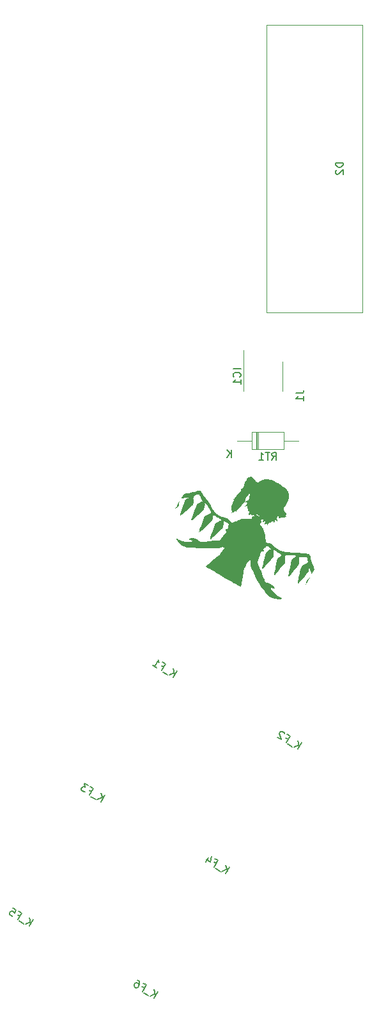
<source format=gbr>
G04 #@! TF.GenerationSoftware,KiCad,Pcbnew,(5.99.0-2039-g05a89863c)*
G04 #@! TF.CreationDate,2020-06-27T09:00:49+08:00*
G04 #@! TF.ProjectId,Keyboard-layout,4b657962-6f61-4726-942d-6c61796f7574,rev?*
G04 #@! TF.SameCoordinates,Original*
G04 #@! TF.FileFunction,Legend,Bot*
G04 #@! TF.FilePolarity,Positive*
%FSLAX46Y46*%
G04 Gerber Fmt 4.6, Leading zero omitted, Abs format (unit mm)*
G04 Created by KiCad (PCBNEW (5.99.0-2039-g05a89863c)) date 2020-06-27 09:00:49*
%MOMM*%
%LPD*%
G01*
G04 APERTURE LIST*
%ADD10C,0.150000*%
%ADD11C,0.120000*%
G04 APERTURE END LIST*
D10*
X196032380Y-37361904D02*
X195032380Y-37361904D01*
X195032380Y-37600000D01*
X195080000Y-37742857D01*
X195175238Y-37838095D01*
X195270476Y-37885714D01*
X195460952Y-37933333D01*
X195603809Y-37933333D01*
X195794285Y-37885714D01*
X195889523Y-37838095D01*
X195984761Y-37742857D01*
X196032380Y-37600000D01*
X196032380Y-37361904D01*
X195127619Y-38314285D02*
X195080000Y-38361904D01*
X195032380Y-38457142D01*
X195032380Y-38695238D01*
X195080000Y-38790476D01*
X195127619Y-38838095D01*
X195222857Y-38885714D01*
X195318095Y-38885714D01*
X195460952Y-38838095D01*
X196032380Y-38266666D01*
X196032380Y-38885714D01*
X186602619Y-76740380D02*
X186935952Y-76264190D01*
X187174047Y-76740380D02*
X187174047Y-75740380D01*
X186793095Y-75740380D01*
X186697857Y-75788000D01*
X186650238Y-75835619D01*
X186602619Y-75930857D01*
X186602619Y-76073714D01*
X186650238Y-76168952D01*
X186697857Y-76216571D01*
X186793095Y-76264190D01*
X187174047Y-76264190D01*
X186316904Y-75740380D02*
X185745476Y-75740380D01*
X186031190Y-76740380D02*
X186031190Y-75740380D01*
X184888333Y-76740380D02*
X185459761Y-76740380D01*
X185174047Y-76740380D02*
X185174047Y-75740380D01*
X185269285Y-75883238D01*
X185364523Y-75978476D01*
X185459761Y-76026095D01*
X181236904Y-76420380D02*
X181236904Y-75420380D01*
X180665476Y-76420380D02*
X181094047Y-75848952D01*
X180665476Y-75420380D02*
X181236904Y-75991809D01*
X182472380Y-64682809D02*
X181472380Y-64682809D01*
X182377142Y-65730428D02*
X182424761Y-65682809D01*
X182472380Y-65539952D01*
X182472380Y-65444714D01*
X182424761Y-65301857D01*
X182329523Y-65206619D01*
X182234285Y-65159000D01*
X182043809Y-65111380D01*
X181900952Y-65111380D01*
X181710476Y-65159000D01*
X181615238Y-65206619D01*
X181520000Y-65301857D01*
X181472380Y-65444714D01*
X181472380Y-65539952D01*
X181520000Y-65682809D01*
X181567619Y-65730428D01*
X182472380Y-66682809D02*
X182472380Y-66111380D01*
X182472380Y-66397095D02*
X181472380Y-66397095D01*
X181615238Y-66301857D01*
X181710476Y-66206619D01*
X181758095Y-66111380D01*
X189825380Y-67865666D02*
X190539666Y-67865666D01*
X190682523Y-67818047D01*
X190777761Y-67722809D01*
X190825380Y-67579952D01*
X190825380Y-67484714D01*
X190825380Y-68865666D02*
X190825380Y-68294238D01*
X190825380Y-68579952D02*
X189825380Y-68579952D01*
X189968238Y-68484714D01*
X190063476Y-68389476D01*
X190111095Y-68294238D01*
X180489370Y-131537997D02*
X180989370Y-130671972D01*
X179994499Y-131252283D02*
X180651367Y-130971697D01*
X180494499Y-130386258D02*
X180703656Y-131166844D01*
X179781923Y-131239524D02*
X179122094Y-130858571D01*
X178936746Y-130036746D02*
X179225421Y-130203413D01*
X178963516Y-130657045D02*
X179463516Y-129791020D01*
X179051123Y-129552924D01*
X178183388Y-129436838D02*
X177850055Y-130014188D01*
X178580061Y-129225971D02*
X178429115Y-129963608D01*
X177893004Y-129654084D01*
X154466586Y-138510781D02*
X154966586Y-137644756D01*
X153971715Y-138225067D02*
X154628583Y-137944481D01*
X154471715Y-137359042D02*
X154680872Y-138139628D01*
X153759139Y-138212308D02*
X153099310Y-137831355D01*
X152913962Y-137009530D02*
X153202637Y-137176197D01*
X152940732Y-137629829D02*
X153440732Y-136763804D01*
X153028339Y-136525708D01*
X152286032Y-136097137D02*
X152698425Y-136335232D01*
X152501569Y-136771435D01*
X152484139Y-136706386D01*
X152425470Y-136617528D01*
X152219273Y-136498480D01*
X152112985Y-136492100D01*
X152047936Y-136509530D01*
X151959078Y-136568199D01*
X151840030Y-136774396D01*
X151833651Y-136880684D01*
X151851080Y-136945733D01*
X151909750Y-137034591D01*
X152115946Y-137153639D01*
X152222234Y-137160018D01*
X152287283Y-137142589D01*
X173516586Y-105515213D02*
X174016586Y-104649188D01*
X173021715Y-105229499D02*
X173678583Y-104948913D01*
X173521715Y-104363474D02*
X173730872Y-105144060D01*
X172809139Y-105216740D02*
X172149310Y-104835787D01*
X171963962Y-104013962D02*
X172252637Y-104180629D01*
X171990732Y-104634261D02*
X172490732Y-103768236D01*
X172078339Y-103530140D01*
X170794792Y-103943785D02*
X171289664Y-104229499D01*
X171042228Y-104086642D02*
X171542228Y-103220617D01*
X171553278Y-103391954D01*
X171588138Y-103522051D01*
X171646807Y-103610910D01*
X190014370Y-115040213D02*
X190514370Y-114174188D01*
X189519499Y-114754499D02*
X190176367Y-114473913D01*
X190019499Y-113888474D02*
X190228656Y-114669060D01*
X189306923Y-114741740D02*
X188647094Y-114360787D01*
X188461746Y-113538962D02*
X188750421Y-113705629D01*
X188488516Y-114159261D02*
X188988516Y-113293236D01*
X188576123Y-113055140D01*
X188239829Y-112970952D02*
X188222399Y-112905904D01*
X188163730Y-112817045D01*
X187957534Y-112697998D01*
X187851245Y-112691618D01*
X187786197Y-112709048D01*
X187697338Y-112767717D01*
X187649719Y-112850195D01*
X187619530Y-112997723D01*
X187828687Y-113778309D01*
X187292576Y-113468785D01*
X170964370Y-148035781D02*
X171464370Y-147169756D01*
X170469499Y-147750067D02*
X171126367Y-147469481D01*
X170969499Y-146884042D02*
X171178656Y-147664628D01*
X170256923Y-147737308D02*
X169597094Y-147356355D01*
X169411746Y-146534530D02*
X169700421Y-146701197D01*
X169438516Y-147154829D02*
X169938516Y-146288804D01*
X169526123Y-146050708D01*
X168825055Y-145645946D02*
X168990012Y-145741185D01*
X169048681Y-145830043D01*
X169066111Y-145895092D01*
X169077161Y-146066429D01*
X169023162Y-146255195D01*
X168832686Y-146585110D01*
X168743828Y-146643779D01*
X168678779Y-146661209D01*
X168572491Y-146654829D01*
X168407534Y-146559591D01*
X168348864Y-146470733D01*
X168331435Y-146405684D01*
X168337814Y-146299396D01*
X168456862Y-146093199D01*
X168545720Y-146034530D01*
X168610769Y-146017100D01*
X168717057Y-146023480D01*
X168882015Y-146118718D01*
X168940684Y-146207576D01*
X168958113Y-146272625D01*
X168951734Y-146378913D01*
X163991586Y-122012997D02*
X164491586Y-121146972D01*
X163496715Y-121727283D02*
X164153583Y-121446697D01*
X163996715Y-120861258D02*
X164205872Y-121641844D01*
X163284139Y-121714524D02*
X162624310Y-121333571D01*
X162438962Y-120511746D02*
X162727637Y-120678413D01*
X162465732Y-121132045D02*
X162965732Y-120266020D01*
X162553339Y-120027924D01*
X162305903Y-119885067D02*
X161769792Y-119575543D01*
X161867991Y-120072125D01*
X161744273Y-120000696D01*
X161637985Y-119994316D01*
X161572936Y-120011746D01*
X161484078Y-120070415D01*
X161365030Y-120276612D01*
X161358651Y-120382900D01*
X161376080Y-120447949D01*
X161434750Y-120536807D01*
X161682185Y-120679664D01*
X161788473Y-120686044D01*
X161853522Y-120668614D01*
G36*
X174331891Y-82504755D02*
G01*
X174298672Y-82645937D01*
X174257917Y-82768110D01*
X174200669Y-82863294D01*
X174110482Y-82957560D01*
X173970908Y-83076980D01*
X173816785Y-83204717D01*
X173945992Y-82956342D01*
X174019421Y-82820873D01*
X174130746Y-82627028D01*
X174237946Y-82450663D01*
X174400693Y-82193358D01*
X174331891Y-82504755D01*
G37*
G36*
X191393149Y-92750437D02*
G01*
X191071222Y-93311050D01*
X191202140Y-92642032D01*
X191458609Y-92415928D01*
X191715077Y-92189823D01*
X191393149Y-92750437D01*
G37*
G36*
X186158157Y-85155613D02*
G01*
X186097427Y-85237498D01*
X186028620Y-85325698D01*
X185994434Y-85356418D01*
X185985857Y-85335975D01*
X185993876Y-85270678D01*
X185996969Y-85184411D01*
X185968739Y-85112287D01*
X185915957Y-85102333D01*
X185852767Y-85165129D01*
X185795962Y-85256746D01*
X185808906Y-85119740D01*
X185809395Y-85114559D01*
X185814439Y-85042086D01*
X185804713Y-85025158D01*
X185770789Y-85069072D01*
X185703236Y-85179130D01*
X185640736Y-85272943D01*
X185603096Y-85305077D01*
X185597910Y-85267056D01*
X185625516Y-85162513D01*
X185686247Y-84995082D01*
X185691923Y-84979235D01*
X185922416Y-84979235D01*
X185937379Y-85025354D01*
X185945185Y-85026851D01*
X185991684Y-84992122D01*
X186048100Y-84908679D01*
X186054586Y-84896694D01*
X186093418Y-84819729D01*
X186089398Y-84805310D01*
X186085814Y-84808269D01*
X186041649Y-84844754D01*
X185983168Y-84901579D01*
X185930926Y-84961428D01*
X185922416Y-84979235D01*
X185691923Y-84979235D01*
X185711542Y-84924471D01*
X185727964Y-84854317D01*
X185714951Y-84844025D01*
X185710535Y-84847693D01*
X185679293Y-84846832D01*
X185671947Y-84771037D01*
X185671301Y-84715638D01*
X185656700Y-84698699D01*
X185615943Y-84737103D01*
X185537180Y-84836619D01*
X185465786Y-84927348D01*
X185420826Y-84973094D01*
X185403231Y-84962869D01*
X185401003Y-84902477D01*
X185410508Y-84814814D01*
X185438193Y-84725109D01*
X185452141Y-84696993D01*
X185453306Y-84656663D01*
X185400610Y-84643455D01*
X185279848Y-84650687D01*
X185253462Y-84653754D01*
X185149679Y-84685224D01*
X185120345Y-84736971D01*
X185169729Y-84803089D01*
X185200265Y-84829229D01*
X185230838Y-84880943D01*
X185206851Y-84942402D01*
X185123920Y-85035883D01*
X185098153Y-85062658D01*
X185038116Y-85137786D01*
X185028097Y-85199880D01*
X185059124Y-85283183D01*
X185092869Y-85346174D01*
X185172603Y-85471920D01*
X185266626Y-85603225D01*
X185438984Y-85855387D01*
X185569214Y-86121755D01*
X185654817Y-86412996D01*
X185706300Y-86756676D01*
X185721613Y-86904212D01*
X185745154Y-87114623D01*
X185767504Y-87297684D01*
X185785373Y-87425543D01*
X185817906Y-87629251D01*
X186185495Y-87733494D01*
X186341310Y-87778839D01*
X186467665Y-87821904D01*
X186554888Y-87865076D01*
X186625389Y-87919822D01*
X186701580Y-87997613D01*
X186832339Y-88135081D01*
X187076027Y-88368116D01*
X187311933Y-88555018D01*
X187552970Y-88700711D01*
X187812047Y-88810114D01*
X188102074Y-88888152D01*
X188435965Y-88939747D01*
X188826627Y-88969820D01*
X189286973Y-88983293D01*
X189292191Y-88983368D01*
X189534778Y-88992172D01*
X189823278Y-89010585D01*
X190122004Y-89035956D01*
X190395271Y-89065634D01*
X190449522Y-89072317D01*
X190693337Y-89100874D01*
X190927276Y-89126136D01*
X191127064Y-89145574D01*
X191268425Y-89156656D01*
X191398215Y-89166683D01*
X191515120Y-89181080D01*
X191575423Y-89195518D01*
X191577455Y-89197351D01*
X191603508Y-89253236D01*
X191646904Y-89375197D01*
X191703547Y-89550617D01*
X191769343Y-89766881D01*
X191840200Y-90011374D01*
X191915629Y-90271065D01*
X191991641Y-90520601D01*
X192062223Y-90740992D01*
X192121890Y-90915123D01*
X192165161Y-91025874D01*
X192265762Y-91247851D01*
X191914221Y-91856738D01*
X191844927Y-91724528D01*
X191837982Y-91710933D01*
X191785381Y-91597381D01*
X191718249Y-91440803D01*
X191649355Y-91270824D01*
X191627464Y-91215775D01*
X191572103Y-91083164D01*
X191531220Y-90994902D01*
X191512413Y-90967797D01*
X191507021Y-90995055D01*
X191497876Y-91086636D01*
X191489169Y-91216596D01*
X191480986Y-91306746D01*
X191456367Y-91444698D01*
X191424501Y-91537141D01*
X191411883Y-91556820D01*
X191347288Y-91644067D01*
X191244202Y-91774556D01*
X191111746Y-91937500D01*
X190959048Y-92122116D01*
X190795230Y-92317615D01*
X190629416Y-92513211D01*
X190470729Y-92698118D01*
X190328294Y-92861550D01*
X190211234Y-92992720D01*
X190128675Y-93080841D01*
X190089737Y-93115128D01*
X190062646Y-93113455D01*
X190029530Y-93060830D01*
X190029988Y-93036820D01*
X190042996Y-92936098D01*
X190069561Y-92775468D01*
X190106833Y-92569117D01*
X190151965Y-92331227D01*
X190202106Y-92075982D01*
X190254409Y-91817565D01*
X190306023Y-91570162D01*
X190354101Y-91347955D01*
X190395793Y-91165127D01*
X190428250Y-91035864D01*
X190448622Y-90974347D01*
X190458166Y-90959345D01*
X190539760Y-90864339D01*
X190658275Y-90754107D01*
X190790310Y-90647754D01*
X190912464Y-90564386D01*
X191001334Y-90523107D01*
X191078891Y-90491787D01*
X191150240Y-90427284D01*
X191194394Y-90377666D01*
X191287962Y-90323636D01*
X191322213Y-90311081D01*
X191360241Y-90278709D01*
X191368372Y-90214308D01*
X191353715Y-90092927D01*
X191345368Y-90041288D01*
X191314440Y-89884632D01*
X191282006Y-89756402D01*
X191240218Y-89619767D01*
X190747753Y-89589054D01*
X190557765Y-89580749D01*
X190394036Y-89580509D01*
X190278794Y-89588168D01*
X190229357Y-89603252D01*
X190226317Y-89610070D01*
X190218918Y-89687815D01*
X190229932Y-89799601D01*
X190236383Y-89842049D01*
X190247731Y-90039513D01*
X190236041Y-90246234D01*
X190204276Y-90431723D01*
X190155405Y-90565495D01*
X190121319Y-90615910D01*
X190039396Y-90725589D01*
X189922618Y-90876266D01*
X189780576Y-91056092D01*
X189622860Y-91253217D01*
X189459063Y-91455793D01*
X189298774Y-91651969D01*
X189151585Y-91829896D01*
X189027085Y-91977724D01*
X188934867Y-92083603D01*
X188884522Y-92135683D01*
X188866645Y-92149865D01*
X188828643Y-92174953D01*
X188801963Y-92178231D01*
X188787259Y-92152207D01*
X188785189Y-92089386D01*
X188796406Y-91982275D01*
X188821567Y-91823383D01*
X188861328Y-91605216D01*
X188916343Y-91320280D01*
X188987266Y-90961083D01*
X189180865Y-89984919D01*
X189403088Y-89785788D01*
X189404777Y-89784276D01*
X189527426Y-89680706D01*
X189636205Y-89599535D01*
X189707744Y-89558219D01*
X189784253Y-89519050D01*
X189817114Y-89461703D01*
X189774209Y-89407745D01*
X189725235Y-89391513D01*
X189599156Y-89371318D01*
X189424995Y-89355197D01*
X189223407Y-89344186D01*
X189015044Y-89339313D01*
X188820560Y-89341612D01*
X188660607Y-89352115D01*
X188517600Y-89376653D01*
X188380858Y-89434719D01*
X188322636Y-89520130D01*
X188342692Y-89633100D01*
X188345958Y-89641195D01*
X188362072Y-89737880D01*
X188365896Y-89884735D01*
X188356499Y-90053349D01*
X188325406Y-90377275D01*
X187661966Y-91182298D01*
X187516262Y-91358056D01*
X187344340Y-91562591D01*
X187194353Y-91737865D01*
X187073984Y-91875023D01*
X186990916Y-91965207D01*
X186952834Y-91999564D01*
X186943054Y-92001448D01*
X186923440Y-91995320D01*
X186913076Y-91966578D01*
X186913105Y-91906794D01*
X186924673Y-91807541D01*
X186948920Y-91660391D01*
X186986992Y-91456914D01*
X187040031Y-91188682D01*
X187109183Y-90847268D01*
X187316911Y-89827704D01*
X187558873Y-89614466D01*
X187579635Y-89596279D01*
X187701590Y-89493727D01*
X187801840Y-89416164D01*
X187860404Y-89379183D01*
X187863703Y-89377939D01*
X187895422Y-89359372D01*
X187896948Y-89332745D01*
X187860203Y-89290778D01*
X187777110Y-89226194D01*
X187639589Y-89131714D01*
X187439560Y-89000061D01*
X187258423Y-88884489D01*
X187088398Y-88784523D01*
X186969040Y-88727127D01*
X186891810Y-88707741D01*
X186786892Y-88704361D01*
X186828358Y-88838631D01*
X186844083Y-88945321D01*
X186845972Y-89102107D01*
X186833133Y-89272833D01*
X186796443Y-89572764D01*
X186117993Y-90345940D01*
X185909124Y-90582853D01*
X185718356Y-90795624D01*
X185571451Y-90953781D01*
X185463158Y-91062204D01*
X185388231Y-91125770D01*
X185341420Y-91149363D01*
X185317478Y-91137860D01*
X185311157Y-91096141D01*
X185316098Y-91061825D01*
X185338264Y-90952187D01*
X185375739Y-90782110D01*
X185425788Y-90563679D01*
X185485671Y-90308981D01*
X185552648Y-90030105D01*
X185793138Y-89038830D01*
X186025275Y-88830810D01*
X186031745Y-88825043D01*
X186163471Y-88718832D01*
X186288107Y-88636223D01*
X186379474Y-88594670D01*
X186380055Y-88594535D01*
X186468446Y-88553418D01*
X186479836Y-88491723D01*
X186417054Y-88413005D01*
X186282927Y-88320818D01*
X186080285Y-88218719D01*
X185841217Y-88111450D01*
X185772348Y-88230735D01*
X185772124Y-88231123D01*
X185685699Y-88337778D01*
X185574802Y-88426917D01*
X185546175Y-88444132D01*
X185479170Y-88494166D01*
X185467723Y-88547869D01*
X185498966Y-88641685D01*
X185529670Y-88741039D01*
X185520836Y-88816564D01*
X185452152Y-88862284D01*
X185311847Y-88894077D01*
X185119419Y-88926273D01*
X185030751Y-89296085D01*
X185024454Y-89321834D01*
X184961658Y-89548181D01*
X184884741Y-89788508D01*
X184808909Y-89994917D01*
X184675734Y-90323937D01*
X184791633Y-90547635D01*
X184827493Y-90623330D01*
X184894382Y-90776870D01*
X184981052Y-90984174D01*
X185082008Y-91231878D01*
X185191749Y-91506615D01*
X185304777Y-91795020D01*
X185403487Y-92048090D01*
X185505361Y-92306419D01*
X185595441Y-92531882D01*
X185669192Y-92713228D01*
X185722081Y-92839210D01*
X185749575Y-92898580D01*
X185773939Y-92931046D01*
X185845842Y-92971054D01*
X185972222Y-92987541D01*
X185996808Y-92989295D01*
X186121826Y-93014373D01*
X186266962Y-93073096D01*
X186455043Y-93174295D01*
X186652395Y-93301275D01*
X186813542Y-93433549D01*
X186921051Y-93556526D01*
X186969915Y-93662748D01*
X186955126Y-93744753D01*
X186871680Y-93795083D01*
X186832195Y-93802399D01*
X186768030Y-93784483D01*
X186695138Y-93710205D01*
X186620326Y-93633416D01*
X186548218Y-93607399D01*
X186492651Y-93656368D01*
X186476715Y-93743994D01*
X186519319Y-93867355D01*
X186625110Y-94028187D01*
X186796757Y-94231538D01*
X186945637Y-94388882D01*
X187208837Y-94629095D01*
X187454474Y-94799268D01*
X187689761Y-94904837D01*
X187722210Y-94915694D01*
X187874976Y-94981969D01*
X187957842Y-95048812D01*
X187964305Y-95111330D01*
X187950304Y-95123547D01*
X187865899Y-95148073D01*
X187726699Y-95163795D01*
X187552838Y-95169755D01*
X187364448Y-95164997D01*
X187181666Y-95148561D01*
X186978189Y-95109777D01*
X186730061Y-95036082D01*
X186492923Y-94941049D01*
X186290788Y-94834487D01*
X186147664Y-94726204D01*
X186099684Y-94674034D01*
X185999886Y-94555621D01*
X185878609Y-94404268D01*
X185752317Y-94240212D01*
X185675053Y-94138777D01*
X185532137Y-93955656D01*
X185396078Y-93786215D01*
X185288173Y-93657200D01*
X185248254Y-93609748D01*
X185154266Y-93485975D01*
X185053259Y-93334936D01*
X184940626Y-93148529D01*
X184811759Y-92918655D01*
X184662053Y-92637211D01*
X184486900Y-92296096D01*
X184281693Y-91887209D01*
X184271043Y-91865793D01*
X184099346Y-91511701D01*
X183966813Y-91216544D01*
X183869779Y-90968453D01*
X183804575Y-90755559D01*
X183767534Y-90565992D01*
X183754988Y-90387882D01*
X183763270Y-90209361D01*
X183768852Y-90149913D01*
X183777495Y-90027766D01*
X183771839Y-89970355D01*
X183748018Y-89964156D01*
X183702164Y-89995642D01*
X183696586Y-90000029D01*
X183598605Y-90076226D01*
X183488164Y-90161047D01*
X183464851Y-90179590D01*
X183403211Y-90241140D01*
X183346016Y-90325403D01*
X183282064Y-90450859D01*
X183200145Y-90635984D01*
X183153539Y-90741444D01*
X183085604Y-90882645D01*
X183031625Y-90979733D01*
X183000322Y-91016122D01*
X182995724Y-91016694D01*
X182951210Y-91066234D01*
X182909307Y-91189139D01*
X182872397Y-91376289D01*
X182842864Y-91618561D01*
X182838944Y-91659474D01*
X182775054Y-92183928D01*
X182689857Y-92680891D01*
X182588020Y-93122834D01*
X182561812Y-93219646D01*
X182519038Y-93373156D01*
X182486436Y-93484367D01*
X182469531Y-93534094D01*
X182465600Y-93533705D01*
X182407658Y-93506431D01*
X182285466Y-93441689D01*
X182105110Y-93342898D01*
X181872675Y-93213477D01*
X181594248Y-93056846D01*
X181275911Y-92876423D01*
X180923752Y-92675626D01*
X180543855Y-92457876D01*
X180142306Y-92226590D01*
X180021928Y-92157035D01*
X179626919Y-91928025D01*
X179256274Y-91711972D01*
X178915990Y-91512443D01*
X178612067Y-91333006D01*
X178350506Y-91177229D01*
X178137306Y-91048681D01*
X177978466Y-90950930D01*
X177879987Y-90887542D01*
X177847867Y-90862086D01*
X177872768Y-90833398D01*
X177947339Y-90756111D01*
X178058220Y-90644799D01*
X178192400Y-90512663D01*
X178318984Y-90391343D01*
X178629170Y-90114736D01*
X178961288Y-89849597D01*
X179342649Y-89573631D01*
X179465316Y-89485210D01*
X179599040Y-89373001D01*
X179701831Y-89257900D01*
X179798829Y-89114608D01*
X179899020Y-88961191D01*
X180029759Y-88774493D01*
X180156230Y-88605192D01*
X180162115Y-88597637D01*
X180265059Y-88456743D01*
X180331659Y-88348600D01*
X180358452Y-88281678D01*
X180341978Y-88264445D01*
X180278774Y-88305369D01*
X180249027Y-88328589D01*
X180201423Y-88341839D01*
X180169343Y-88286543D01*
X180142712Y-88236687D01*
X180101715Y-88234855D01*
X180009310Y-88295242D01*
X179814102Y-88367641D01*
X179552887Y-88422244D01*
X179235130Y-88457237D01*
X178870295Y-88470808D01*
X178457180Y-88472435D01*
X178032490Y-88471763D01*
X177678512Y-88468065D01*
X177388339Y-88461169D01*
X177155067Y-88450901D01*
X176971791Y-88437086D01*
X176831608Y-88419552D01*
X176665724Y-88400398D01*
X176444940Y-88385439D01*
X176198359Y-88376214D01*
X175954797Y-88374211D01*
X175903406Y-88374532D01*
X175608518Y-88367971D01*
X175368973Y-88342522D01*
X175161267Y-88292836D01*
X174961892Y-88213561D01*
X174747344Y-88099346D01*
X174651491Y-88037246D01*
X174495546Y-87913191D01*
X174342548Y-87767999D01*
X174202676Y-87614099D01*
X174086113Y-87463928D01*
X174003042Y-87329915D01*
X173963642Y-87224492D01*
X173978097Y-87160092D01*
X174028615Y-87158665D01*
X174146200Y-87203349D01*
X174325854Y-87295887D01*
X174354387Y-87311463D01*
X174526943Y-87398321D01*
X174692587Y-87471252D01*
X174818970Y-87515827D01*
X174885879Y-87531386D01*
X175066698Y-87559994D01*
X175274180Y-87579782D01*
X175486504Y-87589979D01*
X175681847Y-87589812D01*
X175838388Y-87578510D01*
X175934304Y-87555300D01*
X176007581Y-87506861D01*
X176036397Y-87443731D01*
X175985883Y-87389427D01*
X175858376Y-87350264D01*
X175760472Y-87327931D01*
X175703348Y-87292083D01*
X175675090Y-87226204D01*
X175664388Y-87160487D01*
X175693346Y-87122457D01*
X175783076Y-87089935D01*
X175846366Y-87073923D01*
X175949255Y-87064513D01*
X176070839Y-87077580D01*
X176230752Y-87115839D01*
X176448624Y-87182003D01*
X176506780Y-87201048D01*
X176675955Y-87266247D01*
X176808901Y-87340395D01*
X176941462Y-87442431D01*
X176984693Y-87479135D01*
X177048119Y-87529323D01*
X177109565Y-87565025D01*
X177181164Y-87587040D01*
X177275047Y-87596167D01*
X177403345Y-87593204D01*
X177578190Y-87578949D01*
X177811712Y-87554203D01*
X178116042Y-87519761D01*
X178430023Y-87486170D01*
X178762542Y-87454586D01*
X179076314Y-87428585D01*
X179350019Y-87409929D01*
X179562341Y-87400378D01*
X179568656Y-87400188D01*
X179638899Y-87389649D01*
X179699401Y-87353607D01*
X179767960Y-87276869D01*
X179862372Y-87144241D01*
X179886152Y-87110478D01*
X180005100Y-86957197D01*
X180153585Y-86782122D01*
X180311731Y-86607401D01*
X180459655Y-86455176D01*
X180577483Y-86347592D01*
X180581837Y-86343521D01*
X180591783Y-86273825D01*
X180543004Y-86156964D01*
X180541223Y-86153792D01*
X180491843Y-86026039D01*
X180500717Y-85933553D01*
X180532039Y-85894130D01*
X180576602Y-85879422D01*
X180578891Y-85880473D01*
X180636885Y-85869669D01*
X180724403Y-85823115D01*
X180792797Y-85772825D01*
X180821240Y-85721085D01*
X180806063Y-85646078D01*
X180799239Y-85553831D01*
X180850974Y-85410306D01*
X180896262Y-85317096D01*
X180890414Y-85254359D01*
X180828710Y-85188197D01*
X180777615Y-85147671D01*
X180656836Y-85064224D01*
X180521086Y-84980491D01*
X180511345Y-84974908D01*
X180355154Y-84900686D01*
X180250705Y-84883479D01*
X180201431Y-84922866D01*
X180210767Y-85018429D01*
X180216622Y-85056130D01*
X180212124Y-85175633D01*
X180190877Y-85332599D01*
X180157975Y-85499087D01*
X180118515Y-85647156D01*
X180077588Y-85748865D01*
X180077343Y-85749272D01*
X180038081Y-85792161D01*
X179947574Y-85881594D01*
X179815948Y-86008145D01*
X179653327Y-86162391D01*
X179469836Y-86334906D01*
X179275602Y-86516266D01*
X179080748Y-86697048D01*
X178895399Y-86867824D01*
X178729682Y-87019172D01*
X178593720Y-87141667D01*
X178497637Y-87225885D01*
X178451561Y-87262400D01*
X178434626Y-87269616D01*
X178407746Y-87261881D01*
X178402602Y-87213390D01*
X178420880Y-87118086D01*
X178464265Y-86969912D01*
X178534445Y-86762813D01*
X178633106Y-86490733D01*
X178761933Y-86147614D01*
X179147406Y-85131966D01*
X179417643Y-84939204D01*
X179444987Y-84920051D01*
X179584381Y-84832394D01*
X179704987Y-84771477D01*
X179783262Y-84749513D01*
X179843783Y-84739224D01*
X179889027Y-84687076D01*
X179889303Y-84674208D01*
X179867824Y-84633134D01*
X179804871Y-84578856D01*
X179689558Y-84503032D01*
X179510996Y-84397315D01*
X179398159Y-84333339D01*
X179216043Y-84234397D01*
X179055131Y-84151829D01*
X178940632Y-84098829D01*
X178877823Y-84073795D01*
X178800609Y-84050449D01*
X178773363Y-84064378D01*
X178778696Y-84117599D01*
X178779197Y-84120125D01*
X178780392Y-84209451D01*
X178766055Y-84349507D01*
X178739122Y-84511117D01*
X178679533Y-84811628D01*
X177881361Y-85529022D01*
X177693749Y-85696406D01*
X177488282Y-85876716D01*
X177307831Y-86031852D01*
X177161554Y-86154059D01*
X177058607Y-86235579D01*
X177008148Y-86268660D01*
X177005176Y-86269530D01*
X176975804Y-86275202D01*
X176957533Y-86267139D01*
X176952754Y-86237343D01*
X176963861Y-86177812D01*
X176993245Y-86080543D01*
X177043299Y-85937537D01*
X177116414Y-85740793D01*
X177214984Y-85482309D01*
X177341401Y-85154084D01*
X177709540Y-84200043D01*
X177982013Y-84009712D01*
X178009904Y-83990577D01*
X178150009Y-83904132D01*
X178270801Y-83844067D01*
X178348720Y-83822416D01*
X178414162Y-83808196D01*
X178493032Y-83738717D01*
X178497408Y-83730430D01*
X178509047Y-83670361D01*
X178491711Y-83583032D01*
X178440963Y-83453563D01*
X178352364Y-83267072D01*
X178335324Y-83233102D01*
X178222075Y-83024005D01*
X178101429Y-82824848D01*
X177984310Y-82651923D01*
X177881645Y-82521521D01*
X177804356Y-82449930D01*
X177803894Y-82449654D01*
X177750967Y-82451658D01*
X177719988Y-82507818D01*
X177726964Y-82589307D01*
X177728942Y-82596812D01*
X177728720Y-82679589D01*
X177711646Y-82813618D01*
X177680742Y-82973781D01*
X177609801Y-83291469D01*
X176933670Y-83904518D01*
X176813874Y-84013076D01*
X176567309Y-84235853D01*
X176372966Y-84410036D01*
X176224316Y-84541120D01*
X176114828Y-84634600D01*
X176037970Y-84695969D01*
X175987213Y-84730724D01*
X175956024Y-84744359D01*
X175937875Y-84742368D01*
X175936791Y-84741732D01*
X175919899Y-84725098D01*
X175913432Y-84694490D01*
X175920106Y-84640752D01*
X175942635Y-84554731D01*
X175983736Y-84427274D01*
X176046121Y-84249227D01*
X176132507Y-84011434D01*
X176245607Y-83704745D01*
X176305572Y-83542251D01*
X176397086Y-83292438D01*
X176476231Y-83074142D01*
X176538819Y-82899025D01*
X176580661Y-82778747D01*
X176597565Y-82724973D01*
X176621934Y-82690581D01*
X176703386Y-82619530D01*
X176823203Y-82530626D01*
X176961979Y-82436855D01*
X177100306Y-82351204D01*
X177218779Y-82286662D01*
X177297992Y-82256215D01*
X177348911Y-82243825D01*
X177402245Y-82207574D01*
X177412789Y-82143838D01*
X177378313Y-82043129D01*
X177296579Y-81895957D01*
X177165354Y-81692832D01*
X176878560Y-81264119D01*
X176670036Y-81336368D01*
X176640846Y-81346507D01*
X176463198Y-81410761D01*
X176350552Y-81459950D01*
X176290023Y-81502784D01*
X176268724Y-81547975D01*
X176273770Y-81604233D01*
X176275215Y-81670122D01*
X176230151Y-81766332D01*
X176195071Y-81823412D01*
X176215638Y-81911994D01*
X176230601Y-81970200D01*
X176233361Y-82094756D01*
X176221484Y-82252613D01*
X176198030Y-82417396D01*
X176166060Y-82562725D01*
X176128630Y-82662224D01*
X176114903Y-82680043D01*
X176043992Y-82753277D01*
X175925449Y-82866388D01*
X175770155Y-83009760D01*
X175588993Y-83173776D01*
X175392846Y-83348819D01*
X175192595Y-83525271D01*
X174999125Y-83693514D01*
X174823317Y-83843932D01*
X174676053Y-83966907D01*
X174568216Y-84052822D01*
X174510691Y-84092059D01*
X174450937Y-84108219D01*
X174410866Y-84092472D01*
X174410812Y-84081624D01*
X174428559Y-84005344D01*
X174468130Y-83879188D01*
X174523185Y-83723955D01*
X174553380Y-83642575D01*
X174623237Y-83452984D01*
X174708698Y-83219920D01*
X174801659Y-82965499D01*
X174894016Y-82711840D01*
X175142066Y-82029195D01*
X175420981Y-81860246D01*
X175506440Y-81808186D01*
X175604806Y-81745371D01*
X175642622Y-81713086D01*
X175627122Y-81703817D01*
X175565541Y-81710046D01*
X175291861Y-81748369D01*
X175044155Y-81781619D01*
X174864525Y-81800810D01*
X174745068Y-81803917D01*
X174677882Y-81788923D01*
X174655065Y-81753803D01*
X174668715Y-81696536D01*
X174710930Y-81615100D01*
X174773809Y-81507473D01*
X174947486Y-81208732D01*
X175292133Y-81166914D01*
X175384126Y-81153617D01*
X175582766Y-81118105D01*
X175825519Y-81069060D01*
X176089884Y-81011102D01*
X176353364Y-80948857D01*
X176556682Y-80900154D01*
X176767678Y-80852684D01*
X176939242Y-80817482D01*
X177057583Y-80797356D01*
X177108906Y-80795111D01*
X177112189Y-80797430D01*
X177157913Y-80849401D01*
X177232276Y-80949645D01*
X177320887Y-81078896D01*
X177411981Y-81211949D01*
X177539269Y-81391391D01*
X177683678Y-81590412D01*
X177828194Y-81785323D01*
X177836324Y-81796182D01*
X177990908Y-82011682D01*
X178164385Y-82267097D01*
X178336119Y-82531403D01*
X178485475Y-82773574D01*
X178539665Y-82864377D01*
X178709648Y-83142605D01*
X178853439Y-83362784D01*
X178981284Y-83537009D01*
X179103426Y-83677376D01*
X179230110Y-83795979D01*
X179371581Y-83904913D01*
X179538084Y-84016273D01*
X179661426Y-84093607D01*
X179822569Y-84185722D01*
X179974423Y-84256327D01*
X180147179Y-84318844D01*
X180371024Y-84386701D01*
X180833639Y-84520434D01*
X181051115Y-84749681D01*
X181065561Y-84764850D01*
X181177494Y-84878507D01*
X181270718Y-84966939D01*
X181326314Y-85012101D01*
X181334209Y-85014309D01*
X181408953Y-85004380D01*
X181540528Y-84967938D01*
X181712942Y-84909836D01*
X181910205Y-84834926D01*
X182193663Y-84722323D01*
X182417535Y-84636790D01*
X182594837Y-84575838D01*
X182740972Y-84536021D01*
X182871342Y-84513896D01*
X183001350Y-84506016D01*
X183146400Y-84508939D01*
X183321894Y-84519219D01*
X183497836Y-84528924D01*
X183670880Y-84534501D01*
X183799430Y-84534163D01*
X183864151Y-84527612D01*
X183911340Y-84486880D01*
X183952431Y-84367469D01*
X183963355Y-84319686D01*
X184012035Y-84210455D01*
X184075622Y-84170789D01*
X184145754Y-84207603D01*
X184182134Y-84237445D01*
X184230505Y-84236889D01*
X184254079Y-84187833D01*
X184246271Y-84111667D01*
X184200497Y-84029780D01*
X184144346Y-83970568D01*
X184104448Y-83961239D01*
X184066372Y-84011846D01*
X184008435Y-84087255D01*
X183960071Y-84094575D01*
X183933201Y-84024011D01*
X183930740Y-84006025D01*
X183915627Y-83960365D01*
X183887923Y-83986579D01*
X183881936Y-83993632D01*
X183862346Y-83975542D01*
X183860472Y-83955469D01*
X184559819Y-83955469D01*
X184604359Y-84009346D01*
X184718654Y-84103119D01*
X184863037Y-84195055D01*
X185008202Y-84267199D01*
X185124844Y-84301601D01*
X185131266Y-84302246D01*
X185181852Y-84304030D01*
X185190760Y-84291510D01*
X185150209Y-84258088D01*
X185052413Y-84197163D01*
X184889590Y-84102138D01*
X184794963Y-84048422D01*
X184651082Y-83972665D01*
X184571945Y-83941344D01*
X184559819Y-83955469D01*
X183860472Y-83955469D01*
X183854846Y-83895242D01*
X183855643Y-83751222D01*
X183726985Y-83941822D01*
X183598329Y-84132421D01*
X183635271Y-83961110D01*
X183672214Y-83789799D01*
X183583171Y-83931030D01*
X183568379Y-83954376D01*
X183521348Y-84022992D01*
X183506389Y-84024785D01*
X183514939Y-83963877D01*
X183519753Y-83940242D01*
X183548620Y-83817222D01*
X183584922Y-83679202D01*
X183603576Y-83602205D01*
X183609003Y-83507605D01*
X183574836Y-83484762D01*
X183501765Y-83534871D01*
X183470169Y-83563526D01*
X183439933Y-83575374D01*
X183442108Y-83520944D01*
X183441261Y-83473021D01*
X183412284Y-83431485D01*
X183404767Y-83426525D01*
X183396654Y-83368397D01*
X183415560Y-83268380D01*
X183432315Y-83190402D01*
X183433710Y-83112654D01*
X183414866Y-83081683D01*
X183379948Y-83115380D01*
X183355881Y-83143598D01*
X183326547Y-83131263D01*
X183313633Y-83064937D01*
X183323723Y-82962519D01*
X183328372Y-82938476D01*
X183338911Y-82843645D01*
X183330640Y-82798092D01*
X183326172Y-82796826D01*
X183266601Y-82810245D01*
X183171610Y-82850617D01*
X183109620Y-82878585D01*
X183026613Y-82900531D01*
X183003700Y-82878725D01*
X183047433Y-82815043D01*
X183070348Y-82790153D01*
X183150969Y-82699052D01*
X183243615Y-82591190D01*
X183373616Y-82437486D01*
X182996224Y-82219598D01*
X182817121Y-82476987D01*
X182710164Y-82618397D01*
X182573443Y-82777506D01*
X182449037Y-82902593D01*
X182324295Y-83018353D01*
X182143742Y-83203231D01*
X181994192Y-83377484D01*
X181893432Y-83521300D01*
X181856193Y-83574214D01*
X181819503Y-83591325D01*
X181805633Y-83553484D01*
X181818145Y-83476451D01*
X181860598Y-83375982D01*
X181904613Y-83283696D01*
X181903837Y-83253554D01*
X181864135Y-83281439D01*
X181791377Y-83363228D01*
X181691429Y-83494801D01*
X181676605Y-83515182D01*
X181595306Y-83618182D01*
X181537589Y-83676521D01*
X181515136Y-83678053D01*
X181501405Y-83621029D01*
X181445386Y-83604662D01*
X181346202Y-83659592D01*
X181243895Y-83736286D01*
X181299614Y-83636016D01*
X181327935Y-83561528D01*
X181319213Y-83514892D01*
X181316706Y-83513015D01*
X181312921Y-83461354D01*
X181346113Y-83373903D01*
X181409133Y-83253768D01*
X181309534Y-83364824D01*
X181290098Y-83385985D01*
X181241278Y-83431689D01*
X181233242Y-83424532D01*
X181246973Y-83349568D01*
X181247364Y-83240045D01*
X181249694Y-83127580D01*
X181275739Y-82932260D01*
X181321749Y-82708378D01*
X181381055Y-82483528D01*
X181446991Y-82285306D01*
X181489590Y-82192214D01*
X183037853Y-82192214D01*
X183122240Y-82213443D01*
X183269551Y-82183754D01*
X183422361Y-82076760D01*
X183456359Y-82044183D01*
X183513597Y-81982141D01*
X183553006Y-81916957D01*
X183582106Y-81828790D01*
X183608422Y-81697797D01*
X183639476Y-81504137D01*
X183658634Y-81365263D01*
X183672005Y-81220670D01*
X183672310Y-81126870D01*
X183658802Y-81099533D01*
X183650434Y-81104982D01*
X183586572Y-81172365D01*
X183497578Y-81291721D01*
X183395215Y-81444847D01*
X183291249Y-81613536D01*
X183197442Y-81779581D01*
X183125559Y-81924777D01*
X183124940Y-81926177D01*
X183071696Y-82056030D01*
X183040416Y-82151573D01*
X183037853Y-82192214D01*
X181489590Y-82192214D01*
X181512886Y-82141307D01*
X181551058Y-82075545D01*
X181588952Y-81999500D01*
X181585125Y-81974090D01*
X181541952Y-81986694D01*
X181503544Y-82003012D01*
X181473979Y-82004437D01*
X181498386Y-81953985D01*
X181531127Y-81907853D01*
X181616118Y-81803681D01*
X181735506Y-81665280D01*
X181875809Y-81507565D01*
X182023548Y-81345461D01*
X182165243Y-81193884D01*
X182287414Y-81067755D01*
X182376580Y-80981994D01*
X182452858Y-80912514D01*
X182503679Y-80852181D01*
X182512316Y-80800463D01*
X182490527Y-80731514D01*
X182476779Y-80691729D01*
X182475508Y-80620251D01*
X182532468Y-80567721D01*
X182566035Y-80543395D01*
X182659112Y-80460674D01*
X182760066Y-80356958D01*
X182839072Y-80262217D01*
X182891907Y-80166765D01*
X182909654Y-80066385D01*
X182916889Y-80001636D01*
X182977564Y-79794687D01*
X183086506Y-79569930D01*
X183229459Y-79350325D01*
X183392166Y-79158831D01*
X183560370Y-79018409D01*
X183592489Y-78999409D01*
X183761366Y-78951793D01*
X183935182Y-78985973D01*
X184108937Y-79101195D01*
X184149737Y-79140349D01*
X184259547Y-79264926D01*
X184340241Y-79382221D01*
X184347232Y-79394510D01*
X184434319Y-79508013D01*
X184532991Y-79590997D01*
X184536064Y-79592793D01*
X184615791Y-79653505D01*
X184649640Y-79706685D01*
X184657645Y-79743454D01*
X184698910Y-79777851D01*
X184745182Y-79749806D01*
X184745209Y-79749760D01*
X184790964Y-79704473D01*
X184885644Y-79629241D01*
X185008783Y-79540325D01*
X185053228Y-79510584D01*
X185379579Y-79347481D01*
X185729550Y-79262889D01*
X186096765Y-79257708D01*
X186474850Y-79332841D01*
X186568075Y-79369793D01*
X186730233Y-79449124D01*
X186935586Y-79559157D01*
X187169981Y-79691439D01*
X187419265Y-79837516D01*
X187669285Y-79988937D01*
X187905888Y-80137246D01*
X188114924Y-80273990D01*
X188282236Y-80390716D01*
X188393675Y-80478971D01*
X188593366Y-80708701D01*
X188741301Y-80995625D01*
X188820377Y-81315905D01*
X188825911Y-81656776D01*
X188820902Y-81703568D01*
X188747815Y-82059173D01*
X188619457Y-82409155D01*
X188446734Y-82728619D01*
X188240558Y-82992669D01*
X188212292Y-83039263D01*
X188193211Y-83164402D01*
X188210065Y-83321817D01*
X188257066Y-83487081D01*
X188328430Y-83635766D01*
X188418371Y-83743444D01*
X188494891Y-83814165D01*
X188516672Y-83872851D01*
X188487998Y-83944169D01*
X188459846Y-84031464D01*
X188465829Y-84149398D01*
X188485313Y-84227205D01*
X188486444Y-84280522D01*
X188478003Y-84285923D01*
X188407105Y-84305639D01*
X188282483Y-84330501D01*
X188125266Y-84357083D01*
X187956584Y-84381962D01*
X187846258Y-84395667D01*
X187797568Y-84401716D01*
X187669347Y-84412918D01*
X187647733Y-84414071D01*
X187561935Y-84412732D01*
X187525212Y-84383819D01*
X187508369Y-84308373D01*
X187490573Y-84195996D01*
X187384408Y-84233442D01*
X187365817Y-84240720D01*
X187299052Y-84291199D01*
X187268488Y-84377523D01*
X187271856Y-84513769D01*
X187306883Y-84714006D01*
X187330351Y-84830740D01*
X187337205Y-84897058D01*
X187321066Y-84905680D01*
X187279746Y-84869107D01*
X187262939Y-84852144D01*
X187156812Y-84745174D01*
X187092153Y-84692179D01*
X187050707Y-84691497D01*
X187014218Y-84741471D01*
X186964429Y-84840439D01*
X186896212Y-84964486D01*
X186845302Y-85028100D01*
X186818017Y-85015602D01*
X186812093Y-84928298D01*
X186807450Y-84843021D01*
X186789460Y-84794904D01*
X186771141Y-84797029D01*
X186700625Y-84834440D01*
X186602470Y-84903484D01*
X186521648Y-84961416D01*
X186436898Y-85005451D01*
X186401823Y-84997003D01*
X186423033Y-84934914D01*
X186436635Y-84897026D01*
X186401054Y-84888899D01*
X186396820Y-84890479D01*
X186340587Y-84937162D01*
X186257393Y-85029514D01*
X186255473Y-85031645D01*
X186158157Y-85155613D01*
G37*
D11*
X185912000Y-57150000D02*
X198612000Y-57150000D01*
X185912000Y-19050000D02*
X185912000Y-57150000D01*
X198612000Y-19050000D02*
X185912000Y-19050000D01*
X198612000Y-57150000D02*
X198612000Y-19050000D01*
X184535000Y-75288000D02*
X184535000Y-73048000D01*
X184775000Y-75288000D02*
X184775000Y-73048000D01*
X184655000Y-75288000D02*
X184655000Y-73048000D01*
X190095000Y-74168000D02*
X188175000Y-74168000D01*
X182015000Y-74168000D02*
X183935000Y-74168000D01*
X188175000Y-75288000D02*
X183935000Y-75288000D01*
X188175000Y-73048000D02*
X188175000Y-75288000D01*
X183935000Y-73048000D02*
X188175000Y-73048000D01*
X183935000Y-75288000D02*
X183935000Y-73048000D01*
X182860000Y-65659000D02*
X182860000Y-62209000D01*
X182860000Y-65659000D02*
X182860000Y-67609000D01*
X187980000Y-65659000D02*
X187980000Y-63709000D01*
X187980000Y-65659000D02*
X187980000Y-67609000D01*
M02*

</source>
